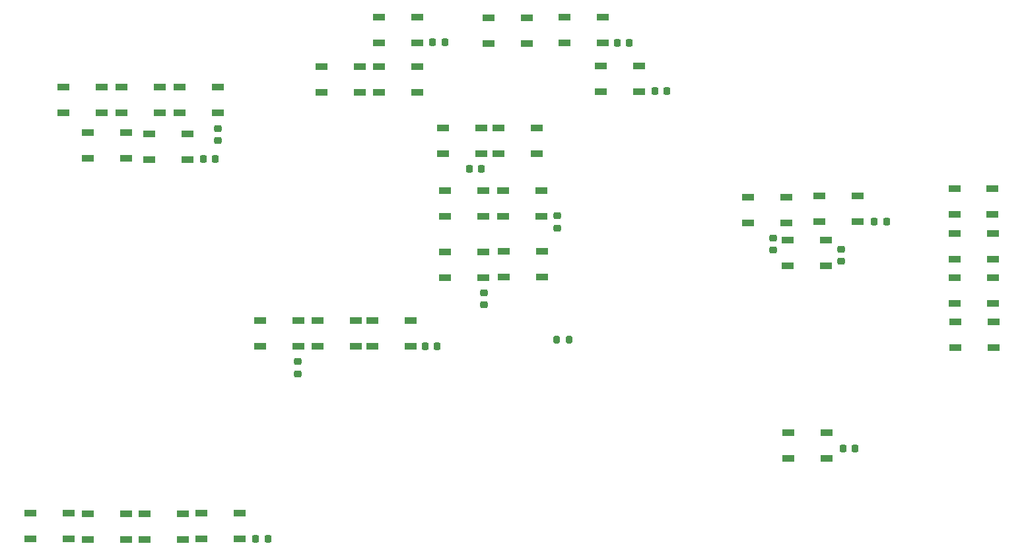
<source format=gbr>
%TF.GenerationSoftware,KiCad,Pcbnew,(6.0.9)*%
%TF.CreationDate,2022-12-26T17:51:42-09:00*%
%TF.ProjectId,PCB_ FUEL PANEL,5043422c-2046-4554-954c-2050414e454c,rev?*%
%TF.SameCoordinates,Original*%
%TF.FileFunction,Paste,Top*%
%TF.FilePolarity,Positive*%
%FSLAX46Y46*%
G04 Gerber Fmt 4.6, Leading zero omitted, Abs format (unit mm)*
G04 Created by KiCad (PCBNEW (6.0.9)) date 2022-12-26 17:51:42*
%MOMM*%
%LPD*%
G01*
G04 APERTURE LIST*
G04 Aperture macros list*
%AMRoundRect*
0 Rectangle with rounded corners*
0 $1 Rounding radius*
0 $2 $3 $4 $5 $6 $7 $8 $9 X,Y pos of 4 corners*
0 Add a 4 corners polygon primitive as box body*
4,1,4,$2,$3,$4,$5,$6,$7,$8,$9,$2,$3,0*
0 Add four circle primitives for the rounded corners*
1,1,$1+$1,$2,$3*
1,1,$1+$1,$4,$5*
1,1,$1+$1,$6,$7*
1,1,$1+$1,$8,$9*
0 Add four rect primitives between the rounded corners*
20,1,$1+$1,$2,$3,$4,$5,0*
20,1,$1+$1,$4,$5,$6,$7,0*
20,1,$1+$1,$6,$7,$8,$9,0*
20,1,$1+$1,$8,$9,$2,$3,0*%
G04 Aperture macros list end*
%ADD10RoundRect,0.200000X0.200000X0.275000X-0.200000X0.275000X-0.200000X-0.275000X0.200000X-0.275000X0*%
%ADD11R,1.500000X0.900000*%
%ADD12RoundRect,0.225000X0.225000X0.250000X-0.225000X0.250000X-0.225000X-0.250000X0.225000X-0.250000X0*%
%ADD13RoundRect,0.225000X-0.250000X0.225000X-0.250000X-0.225000X0.250000X-0.225000X0.250000X0.225000X0*%
%ADD14RoundRect,0.225000X0.250000X-0.225000X0.250000X0.225000X-0.250000X0.225000X-0.250000X-0.225000X0*%
%ADD15RoundRect,0.225000X-0.225000X-0.250000X0.225000X-0.250000X0.225000X0.250000X-0.225000X0.250000X0*%
G04 APERTURE END LIST*
D10*
%TO.C,R1*%
X171107000Y-121818000D03*
X169457000Y-121818000D03*
%TD*%
D11*
%TO.C,D32*%
X220652000Y-119533000D03*
X220652000Y-122833000D03*
X225552000Y-122833000D03*
X225552000Y-119533000D03*
%TD*%
%TO.C,D31*%
X220550000Y-113844000D03*
X220550000Y-117144000D03*
X225450000Y-117144000D03*
X225450000Y-113844000D03*
%TD*%
%TO.C,D30*%
X220550000Y-108154000D03*
X220550000Y-111454000D03*
X225450000Y-111454000D03*
X225450000Y-108154000D03*
%TD*%
%TO.C,D29*%
X220511000Y-102414000D03*
X220511000Y-105714000D03*
X225411000Y-105714000D03*
X225411000Y-102414000D03*
%TD*%
%TO.C,D28*%
X199226000Y-133732000D03*
X199226000Y-137032000D03*
X204126000Y-137032000D03*
X204126000Y-133732000D03*
%TD*%
%TO.C,D27*%
X199113000Y-109018000D03*
X199113000Y-112318000D03*
X204013000Y-112318000D03*
X204013000Y-109018000D03*
%TD*%
%TO.C,D26*%
X203177000Y-103379000D03*
X203177000Y-106679000D03*
X208077000Y-106679000D03*
X208077000Y-103379000D03*
%TD*%
%TO.C,D25*%
X194084000Y-103481000D03*
X194084000Y-106781000D03*
X198984000Y-106781000D03*
X198984000Y-103481000D03*
%TD*%
%TO.C,D24*%
X123980000Y-144095000D03*
X123980000Y-147395000D03*
X128880000Y-147395000D03*
X128880000Y-144095000D03*
%TD*%
%TO.C,D23*%
X116664000Y-144120000D03*
X116664000Y-147420000D03*
X121564000Y-147420000D03*
X121564000Y-144120000D03*
%TD*%
%TO.C,D22*%
X109400000Y-144121000D03*
X109400000Y-147421000D03*
X114300000Y-147421000D03*
X114300000Y-144121000D03*
%TD*%
%TO.C,D21*%
X101995000Y-144095000D03*
X101995000Y-147395000D03*
X106895000Y-147395000D03*
X106895000Y-144095000D03*
%TD*%
%TO.C,D20*%
X145874000Y-119381000D03*
X145874000Y-122681000D03*
X150774000Y-122681000D03*
X150774000Y-119381000D03*
%TD*%
%TO.C,D19*%
X138864000Y-119330000D03*
X138864000Y-122630000D03*
X143764000Y-122630000D03*
X143764000Y-119330000D03*
%TD*%
%TO.C,D18*%
X131447000Y-119330000D03*
X131447000Y-122630000D03*
X136347000Y-122630000D03*
X136347000Y-119330000D03*
%TD*%
%TO.C,D17*%
X162689000Y-110491000D03*
X162689000Y-113791000D03*
X167589000Y-113791000D03*
X167589000Y-110491000D03*
%TD*%
%TO.C,D16*%
X155222000Y-110542000D03*
X155222000Y-113842000D03*
X160122000Y-113842000D03*
X160122000Y-110542000D03*
%TD*%
%TO.C,D15*%
X162638000Y-102668000D03*
X162638000Y-105968000D03*
X167538000Y-105968000D03*
X167538000Y-102668000D03*
%TD*%
%TO.C,D14*%
X155171000Y-102668000D03*
X155171000Y-105968000D03*
X160071000Y-105968000D03*
X160071000Y-102668000D03*
%TD*%
%TO.C,D13*%
X162080000Y-94641200D03*
X162080000Y-97941200D03*
X166980000Y-97941200D03*
X166980000Y-94641200D03*
%TD*%
%TO.C,D12*%
X154968000Y-94641200D03*
X154968000Y-97941200D03*
X159868000Y-97941200D03*
X159868000Y-94641200D03*
%TD*%
%TO.C,D11*%
X175186000Y-86665600D03*
X175186000Y-89965600D03*
X180086000Y-89965600D03*
X180086000Y-86665600D03*
%TD*%
%TO.C,D10*%
X170512000Y-80417200D03*
X170512000Y-83717200D03*
X175412000Y-83717200D03*
X175412000Y-80417200D03*
%TD*%
%TO.C,D9*%
X160770000Y-80442800D03*
X160770000Y-83742800D03*
X165670000Y-83742800D03*
X165670000Y-80442800D03*
%TD*%
%TO.C,D8*%
X146738000Y-80366400D03*
X146738000Y-83666400D03*
X151638000Y-83666400D03*
X151638000Y-80366400D03*
%TD*%
%TO.C,D7*%
X146687000Y-86716800D03*
X146687000Y-90016800D03*
X151587000Y-90016800D03*
X151587000Y-86716800D03*
%TD*%
%TO.C,D6*%
X139344000Y-86716800D03*
X139344000Y-90016800D03*
X144244000Y-90016800D03*
X144244000Y-86716800D03*
%TD*%
%TO.C,D5*%
X117235000Y-95378000D03*
X117235000Y-98678000D03*
X122135000Y-98678000D03*
X122135000Y-95378000D03*
%TD*%
%TO.C,D4*%
X109372000Y-95250800D03*
X109372000Y-98550800D03*
X114272000Y-98550800D03*
X114272000Y-95250800D03*
%TD*%
%TO.C,D3*%
X121158000Y-89358400D03*
X121158000Y-92658400D03*
X126058000Y-92658400D03*
X126058000Y-89358400D03*
%TD*%
%TO.C,D2*%
X113690000Y-89358000D03*
X113690000Y-92658000D03*
X118590000Y-92658000D03*
X118590000Y-89358000D03*
%TD*%
%TO.C,D1*%
X106223000Y-89383600D03*
X106223000Y-92683600D03*
X111123000Y-92683600D03*
X111123000Y-89383600D03*
%TD*%
D12*
%TO.C,C16*%
X132458860Y-147393660D03*
X130908860Y-147393660D03*
%TD*%
%TO.C,C15*%
X207749540Y-135770620D03*
X206199540Y-135770620D03*
%TD*%
D13*
%TO.C,C14*%
X206019400Y-110174640D03*
X206019400Y-111724640D03*
%TD*%
D12*
%TO.C,C13*%
X211800840Y-106613960D03*
X210250840Y-106613960D03*
%TD*%
D14*
%TO.C,C12*%
X169611040Y-107472880D03*
X169611040Y-105922880D03*
%TD*%
%TO.C,C11*%
X197223380Y-110320020D03*
X197223380Y-108770020D03*
%TD*%
D12*
%TO.C,C10*%
X183672880Y-89916000D03*
X182122880Y-89916000D03*
%TD*%
%TO.C,C9*%
X178826360Y-83675220D03*
X177276360Y-83675220D03*
%TD*%
%TO.C,C8*%
X155156200Y-83616800D03*
X153606200Y-83616800D03*
%TD*%
D15*
%TO.C,C7*%
X158310180Y-99865180D03*
X159860180Y-99865180D03*
%TD*%
D14*
%TO.C,C6*%
X160136840Y-117307560D03*
X160136840Y-115757560D03*
%TD*%
D12*
%TO.C,C5*%
X154186020Y-122623580D03*
X152636020Y-122623580D03*
%TD*%
D14*
%TO.C,C4*%
X136330007Y-126171673D03*
X136330007Y-124621673D03*
%TD*%
D12*
%TO.C,C3*%
X125743100Y-98605340D03*
X124193100Y-98605340D03*
%TD*%
D14*
%TO.C,C2*%
X126055120Y-96238260D03*
X126055120Y-94688260D03*
%TD*%
M02*

</source>
